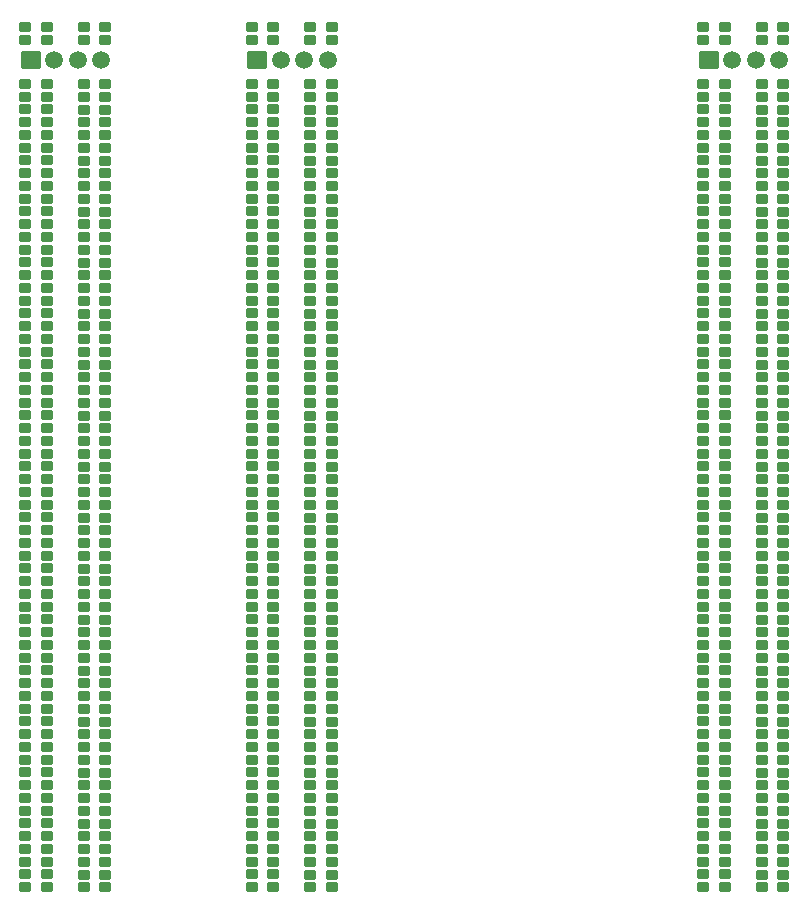
<source format=gts>
G04 Layer: TopSolderMaskLayer*
G04 EasyEDA v6.5.29, 2023-07-18 10:57:26*
G04 0569b9fd0f0c4a709173e771a03f3b8e,5a6b42c53f6a479593ecc07194224c93,10*
G04 Gerber Generator version 0.2*
G04 Scale: 100 percent, Rotated: No, Reflected: No *
G04 Dimensions in millimeters *
G04 leading zeros omitted , absolute positions ,4 integer and 5 decimal *
%FSLAX45Y45*%
%MOMM*%

%AMMACRO1*1,1,$1,$2,$3*1,1,$1,$4,$5*1,1,$1,0-$2,0-$3*1,1,$1,0-$4,0-$5*20,1,$1,$2,$3,$4,$5,0*20,1,$1,$4,$5,0-$2,0-$3,0*20,1,$1,0-$2,0-$3,0-$4,0-$5,0*20,1,$1,0-$4,0-$5,$2,$3,0*4,1,4,$2,$3,$4,$5,0-$2,0-$3,0-$4,0-$5,$2,$3,0*%
%ADD10C,1.5016*%
%ADD11MACRO1,0.1016X-0.762X-0.7X0.762X-0.7*%
%ADD12MACRO1,0.1016X-0.45X0.35X0.45X0.35*%

%LPD*%
D10*
G01*
X3919499Y10883900D03*
G01*
X3719499Y10883900D03*
G01*
X3519500Y10883900D03*
D11*
G01*
X3319500Y10883900D03*
D10*
G01*
X7742199Y10883900D03*
G01*
X7542199Y10883900D03*
G01*
X7342200Y10883900D03*
D11*
G01*
X7142200Y10883900D03*
D10*
G01*
X2001799Y10883900D03*
G01*
X1801799Y10883900D03*
G01*
X1601800Y10883900D03*
D11*
G01*
X1401800Y10883900D03*
D12*
G01*
X3457006Y3991998D03*
G01*
X3273997Y3991996D03*
G01*
X3273999Y3881991D03*
G01*
X3457006Y3881991D03*
G01*
X3457006Y6798693D03*
G01*
X3273997Y6798690D03*
G01*
X3273999Y6688686D03*
G01*
X3457006Y6688686D03*
G01*
X3457006Y6582793D03*
G01*
X3273997Y6582790D03*
G01*
X3273999Y6472786D03*
G01*
X3457006Y6472786D03*
G01*
X3457006Y6366896D03*
G01*
X3273997Y6366893D03*
G01*
X3273999Y6256888D03*
G01*
X3457006Y6256888D03*
G01*
X3457006Y6150996D03*
G01*
X3273997Y6150993D03*
G01*
X3273999Y6040988D03*
G01*
X3457006Y6040988D03*
G01*
X3457006Y5935096D03*
G01*
X3273997Y5935093D03*
G01*
X3273999Y5825088D03*
G01*
X3457006Y5825088D03*
G01*
X3457006Y5719196D03*
G01*
X3273997Y5719193D03*
G01*
X3273999Y5609188D03*
G01*
X3457006Y5609188D03*
G01*
X3457006Y5503296D03*
G01*
X3273997Y5503293D03*
G01*
X3273999Y5393288D03*
G01*
X3457006Y5393288D03*
G01*
X3457006Y5287396D03*
G01*
X3273997Y5287393D03*
G01*
X3273999Y5177388D03*
G01*
X3457006Y5177388D03*
G01*
X3457006Y5071498D03*
G01*
X3273997Y5071496D03*
G01*
X3273999Y4961491D03*
G01*
X3457006Y4961491D03*
G01*
X3457006Y4855598D03*
G01*
X3273997Y4855596D03*
G01*
X3273999Y4745591D03*
G01*
X3457006Y4745591D03*
G01*
X3457006Y4639698D03*
G01*
X3273997Y4639696D03*
G01*
X3273999Y4529691D03*
G01*
X3457006Y4529691D03*
G01*
X3457006Y4423798D03*
G01*
X3273997Y4423796D03*
G01*
X3273999Y4313791D03*
G01*
X3457006Y4313791D03*
G01*
X3457006Y4207898D03*
G01*
X3273997Y4207896D03*
G01*
X3273999Y4097891D03*
G01*
X3457006Y4097891D03*
G01*
X3457006Y7014601D03*
G01*
X3273997Y7014598D03*
G01*
X3273999Y6904593D03*
G01*
X3457006Y6904593D03*
G01*
X3457006Y7230498D03*
G01*
X3273997Y7230496D03*
G01*
X3273999Y7120491D03*
G01*
X3457006Y7120491D03*
G01*
X3457006Y7446398D03*
G01*
X3273997Y7446396D03*
G01*
X3273999Y7336391D03*
G01*
X3457006Y7336391D03*
G01*
X3457006Y7662298D03*
G01*
X3273997Y7662296D03*
G01*
X3273999Y7552291D03*
G01*
X3457006Y7552291D03*
G01*
X3457006Y7878198D03*
G01*
X3273997Y7878196D03*
G01*
X3273999Y7768191D03*
G01*
X3457006Y7768191D03*
G01*
X3457006Y8094098D03*
G01*
X3273997Y8094096D03*
G01*
X3273999Y7984091D03*
G01*
X3457006Y7984091D03*
G01*
X3457006Y8309996D03*
G01*
X3273997Y8309993D03*
G01*
X3273999Y8199988D03*
G01*
X3457006Y8199988D03*
G01*
X3457006Y8525896D03*
G01*
X3273997Y8525893D03*
G01*
X3273999Y8415888D03*
G01*
X3457006Y8415888D03*
G01*
X3457006Y8741796D03*
G01*
X3273997Y8741793D03*
G01*
X3273999Y8631788D03*
G01*
X3457006Y8631788D03*
G01*
X3457006Y8957696D03*
G01*
X3273997Y8957693D03*
G01*
X3273999Y8847688D03*
G01*
X3457006Y8847688D03*
G01*
X3457006Y9173596D03*
G01*
X3273997Y9173593D03*
G01*
X3273999Y9063588D03*
G01*
X3457006Y9063588D03*
G01*
X3457006Y9389496D03*
G01*
X3273997Y9389493D03*
G01*
X3273999Y9279488D03*
G01*
X3457006Y9279488D03*
G01*
X3457006Y9605393D03*
G01*
X3273997Y9605390D03*
G01*
X3273999Y9495386D03*
G01*
X3457006Y9495386D03*
G01*
X3457006Y9821293D03*
G01*
X3273997Y9821290D03*
G01*
X3273999Y9711286D03*
G01*
X3457006Y9711286D03*
G01*
X3457006Y10037193D03*
G01*
X3273997Y10037190D03*
G01*
X3273999Y9927186D03*
G01*
X3457006Y9927186D03*
G01*
X3457006Y10253101D03*
G01*
X3273997Y10253098D03*
G01*
X3273999Y10143093D03*
G01*
X3457006Y10143093D03*
G01*
X3457006Y10469001D03*
G01*
X3273997Y10468998D03*
G01*
X3273999Y10358993D03*
G01*
X3457006Y10358993D03*
G01*
X3457006Y10684901D03*
G01*
X3273997Y10684898D03*
G01*
X3273999Y10574893D03*
G01*
X3457006Y10574893D03*
G01*
X3952308Y3987812D03*
G01*
X3769300Y3987810D03*
G01*
X3769301Y3877805D03*
G01*
X3952308Y3877805D03*
G01*
X3952308Y4203712D03*
G01*
X3769300Y4203710D03*
G01*
X3769301Y4093705D03*
G01*
X3952308Y4093705D03*
G01*
X3952308Y4419610D03*
G01*
X3769300Y4419607D03*
G01*
X3769301Y4309602D03*
G01*
X3952308Y4309602D03*
G01*
X3952308Y4635510D03*
G01*
X3769300Y4635507D03*
G01*
X3769301Y4525502D03*
G01*
X3952308Y4525502D03*
G01*
X3952308Y4851410D03*
G01*
X3769300Y4851407D03*
G01*
X3769301Y4741402D03*
G01*
X3952308Y4741402D03*
G01*
X3952308Y5067310D03*
G01*
X3769300Y5067307D03*
G01*
X3769301Y4957302D03*
G01*
X3952308Y4957302D03*
G01*
X3952308Y5283210D03*
G01*
X3769300Y5283207D03*
G01*
X3769301Y5173202D03*
G01*
X3952308Y5173202D03*
G01*
X3952308Y5499110D03*
G01*
X3769300Y5499107D03*
G01*
X3769301Y5389102D03*
G01*
X3952308Y5389102D03*
G01*
X3952308Y5715007D03*
G01*
X3769300Y5715005D03*
G01*
X3769301Y5605000D03*
G01*
X3952308Y5605000D03*
G01*
X3952308Y5930907D03*
G01*
X3769300Y5930905D03*
G01*
X3769301Y5820900D03*
G01*
X3952308Y5820900D03*
G01*
X3952308Y6146807D03*
G01*
X3769300Y6146805D03*
G01*
X3769301Y6036800D03*
G01*
X3952308Y6036800D03*
G01*
X3952303Y6362712D03*
G01*
X3769295Y6362710D03*
G01*
X3769296Y6252705D03*
G01*
X3952303Y6252705D03*
G01*
X3952303Y6578612D03*
G01*
X3769295Y6578610D03*
G01*
X3769296Y6468605D03*
G01*
X3952303Y6468605D03*
G01*
X3952303Y6794512D03*
G01*
X3769295Y6794510D03*
G01*
X3769296Y6684505D03*
G01*
X3952303Y6684505D03*
G01*
X3952303Y7010412D03*
G01*
X3769295Y7010410D03*
G01*
X3769296Y6900405D03*
G01*
X3952303Y6900405D03*
G01*
X3952303Y7226312D03*
G01*
X3769295Y7226310D03*
G01*
X3769296Y7116305D03*
G01*
X3952303Y7116305D03*
G01*
X3952303Y7442210D03*
G01*
X3769295Y7442207D03*
G01*
X3769296Y7332202D03*
G01*
X3952303Y7332202D03*
G01*
X3952303Y7658110D03*
G01*
X3769295Y7658107D03*
G01*
X3769296Y7548102D03*
G01*
X3952303Y7548102D03*
G01*
X3952303Y7874010D03*
G01*
X3769295Y7874007D03*
G01*
X3769296Y7764002D03*
G01*
X3952303Y7764002D03*
G01*
X3952303Y8089910D03*
G01*
X3769295Y8089907D03*
G01*
X3769296Y7979902D03*
G01*
X3952303Y7979902D03*
G01*
X3952303Y8305810D03*
G01*
X3769295Y8305807D03*
G01*
X3769296Y8195802D03*
G01*
X3952303Y8195802D03*
G01*
X3952303Y8521710D03*
G01*
X3769295Y8521707D03*
G01*
X3769296Y8411702D03*
G01*
X3952303Y8411702D03*
G01*
X3952303Y8737607D03*
G01*
X3769295Y8737605D03*
G01*
X3769296Y8627600D03*
G01*
X3952303Y8627600D03*
G01*
X3952303Y8953507D03*
G01*
X3769295Y8953505D03*
G01*
X3769296Y8843500D03*
G01*
X3952303Y8843500D03*
G01*
X3952303Y9169407D03*
G01*
X3769295Y9169405D03*
G01*
X3769296Y9059400D03*
G01*
X3952303Y9059400D03*
G01*
X3952303Y9385307D03*
G01*
X3769295Y9385305D03*
G01*
X3769296Y9275300D03*
G01*
X3952303Y9275300D03*
G01*
X3952303Y9601207D03*
G01*
X3769295Y9601205D03*
G01*
X3769296Y9491200D03*
G01*
X3952303Y9491200D03*
G01*
X3952303Y9817107D03*
G01*
X3769295Y9817105D03*
G01*
X3769296Y9707100D03*
G01*
X3952303Y9707100D03*
G01*
X3952303Y10033007D03*
G01*
X3769295Y10033005D03*
G01*
X3769296Y9923000D03*
G01*
X3952303Y9923000D03*
G01*
X3952303Y10248907D03*
G01*
X3769295Y10248905D03*
G01*
X3769296Y10138900D03*
G01*
X3952303Y10138900D03*
G01*
X3952303Y10464807D03*
G01*
X3769295Y10464805D03*
G01*
X3769296Y10354800D03*
G01*
X3952303Y10354800D03*
G01*
X3952303Y10680707D03*
G01*
X3769295Y10680705D03*
G01*
X3769296Y10570700D03*
G01*
X3952303Y10570700D03*
G01*
X3457006Y11167501D03*
G01*
X3273997Y11167498D03*
G01*
X3273999Y11057493D03*
G01*
X3457006Y11057493D03*
G01*
X3952306Y11167501D03*
G01*
X3769297Y11167498D03*
G01*
X3769299Y11057493D03*
G01*
X3952306Y11057493D03*
G01*
X7279706Y3991998D03*
G01*
X7096697Y3991996D03*
G01*
X7096699Y3881991D03*
G01*
X7279706Y3881991D03*
G01*
X7279706Y6798693D03*
G01*
X7096697Y6798690D03*
G01*
X7096699Y6688686D03*
G01*
X7279706Y6688686D03*
G01*
X7279706Y6582793D03*
G01*
X7096697Y6582790D03*
G01*
X7096699Y6472786D03*
G01*
X7279706Y6472786D03*
G01*
X7279706Y6366896D03*
G01*
X7096697Y6366893D03*
G01*
X7096699Y6256888D03*
G01*
X7279706Y6256888D03*
G01*
X7279706Y6150996D03*
G01*
X7096697Y6150993D03*
G01*
X7096699Y6040988D03*
G01*
X7279706Y6040988D03*
G01*
X7279706Y5935096D03*
G01*
X7096697Y5935093D03*
G01*
X7096699Y5825088D03*
G01*
X7279706Y5825088D03*
G01*
X7279706Y5719196D03*
G01*
X7096697Y5719193D03*
G01*
X7096699Y5609188D03*
G01*
X7279706Y5609188D03*
G01*
X7279706Y5503296D03*
G01*
X7096697Y5503293D03*
G01*
X7096699Y5393288D03*
G01*
X7279706Y5393288D03*
G01*
X7279706Y5287396D03*
G01*
X7096697Y5287393D03*
G01*
X7096699Y5177388D03*
G01*
X7279706Y5177388D03*
G01*
X7279706Y5071498D03*
G01*
X7096697Y5071496D03*
G01*
X7096699Y4961491D03*
G01*
X7279706Y4961491D03*
G01*
X7279706Y4855598D03*
G01*
X7096697Y4855596D03*
G01*
X7096699Y4745591D03*
G01*
X7279706Y4745591D03*
G01*
X7279706Y4639698D03*
G01*
X7096697Y4639696D03*
G01*
X7096699Y4529691D03*
G01*
X7279706Y4529691D03*
G01*
X7279706Y4423798D03*
G01*
X7096697Y4423796D03*
G01*
X7096699Y4313791D03*
G01*
X7279706Y4313791D03*
G01*
X7279706Y4207898D03*
G01*
X7096697Y4207896D03*
G01*
X7096699Y4097891D03*
G01*
X7279706Y4097891D03*
G01*
X7279706Y7014601D03*
G01*
X7096697Y7014598D03*
G01*
X7096699Y6904593D03*
G01*
X7279706Y6904593D03*
G01*
X7279706Y7230498D03*
G01*
X7096697Y7230496D03*
G01*
X7096699Y7120491D03*
G01*
X7279706Y7120491D03*
G01*
X7279706Y7446398D03*
G01*
X7096697Y7446396D03*
G01*
X7096699Y7336391D03*
G01*
X7279706Y7336391D03*
G01*
X7279706Y7662298D03*
G01*
X7096697Y7662296D03*
G01*
X7096699Y7552291D03*
G01*
X7279706Y7552291D03*
G01*
X7279706Y7878198D03*
G01*
X7096697Y7878196D03*
G01*
X7096699Y7768191D03*
G01*
X7279706Y7768191D03*
G01*
X7279706Y8094098D03*
G01*
X7096697Y8094096D03*
G01*
X7096699Y7984091D03*
G01*
X7279706Y7984091D03*
G01*
X7279706Y8309996D03*
G01*
X7096697Y8309993D03*
G01*
X7096699Y8199988D03*
G01*
X7279706Y8199988D03*
G01*
X7279706Y8525896D03*
G01*
X7096697Y8525893D03*
G01*
X7096699Y8415888D03*
G01*
X7279706Y8415888D03*
G01*
X7279706Y8741796D03*
G01*
X7096697Y8741793D03*
G01*
X7096699Y8631788D03*
G01*
X7279706Y8631788D03*
G01*
X7279706Y8957696D03*
G01*
X7096697Y8957693D03*
G01*
X7096699Y8847688D03*
G01*
X7279706Y8847688D03*
G01*
X7279706Y9173596D03*
G01*
X7096697Y9173593D03*
G01*
X7096699Y9063588D03*
G01*
X7279706Y9063588D03*
G01*
X7279706Y9389496D03*
G01*
X7096697Y9389493D03*
G01*
X7096699Y9279488D03*
G01*
X7279706Y9279488D03*
G01*
X7279706Y9605393D03*
G01*
X7096697Y9605390D03*
G01*
X7096699Y9495386D03*
G01*
X7279706Y9495386D03*
G01*
X7279706Y9821293D03*
G01*
X7096697Y9821290D03*
G01*
X7096699Y9711286D03*
G01*
X7279706Y9711286D03*
G01*
X7279706Y10037193D03*
G01*
X7096697Y10037190D03*
G01*
X7096699Y9927186D03*
G01*
X7279706Y9927186D03*
G01*
X7279706Y10253101D03*
G01*
X7096697Y10253098D03*
G01*
X7096699Y10143093D03*
G01*
X7279706Y10143093D03*
G01*
X7279706Y10469001D03*
G01*
X7096697Y10468998D03*
G01*
X7096699Y10358993D03*
G01*
X7279706Y10358993D03*
G01*
X7279706Y10684901D03*
G01*
X7096697Y10684898D03*
G01*
X7096699Y10574893D03*
G01*
X7279706Y10574893D03*
G01*
X7775008Y3987812D03*
G01*
X7592000Y3987810D03*
G01*
X7592001Y3877805D03*
G01*
X7775008Y3877805D03*
G01*
X7775008Y4203712D03*
G01*
X7592000Y4203710D03*
G01*
X7592001Y4093705D03*
G01*
X7775008Y4093705D03*
G01*
X7775008Y4419610D03*
G01*
X7592000Y4419607D03*
G01*
X7592001Y4309602D03*
G01*
X7775008Y4309602D03*
G01*
X7775008Y4635510D03*
G01*
X7592000Y4635507D03*
G01*
X7592001Y4525502D03*
G01*
X7775008Y4525502D03*
G01*
X7775008Y4851410D03*
G01*
X7592000Y4851407D03*
G01*
X7592001Y4741402D03*
G01*
X7775008Y4741402D03*
G01*
X7775008Y5067310D03*
G01*
X7592000Y5067307D03*
G01*
X7592001Y4957302D03*
G01*
X7775008Y4957302D03*
G01*
X7775008Y5283210D03*
G01*
X7592000Y5283207D03*
G01*
X7592001Y5173202D03*
G01*
X7775008Y5173202D03*
G01*
X7775008Y5499110D03*
G01*
X7592000Y5499107D03*
G01*
X7592001Y5389102D03*
G01*
X7775008Y5389102D03*
G01*
X7775008Y5715007D03*
G01*
X7592000Y5715005D03*
G01*
X7592001Y5605000D03*
G01*
X7775008Y5605000D03*
G01*
X7775008Y5930907D03*
G01*
X7592000Y5930905D03*
G01*
X7592001Y5820900D03*
G01*
X7775008Y5820900D03*
G01*
X7775008Y6146807D03*
G01*
X7592000Y6146805D03*
G01*
X7592001Y6036800D03*
G01*
X7775008Y6036800D03*
G01*
X7775003Y6362712D03*
G01*
X7591995Y6362710D03*
G01*
X7591996Y6252705D03*
G01*
X7775003Y6252705D03*
G01*
X7775003Y6578612D03*
G01*
X7591995Y6578610D03*
G01*
X7591996Y6468605D03*
G01*
X7775003Y6468605D03*
G01*
X7775003Y6794512D03*
G01*
X7591995Y6794510D03*
G01*
X7591996Y6684505D03*
G01*
X7775003Y6684505D03*
G01*
X7775003Y7010412D03*
G01*
X7591995Y7010410D03*
G01*
X7591996Y6900405D03*
G01*
X7775003Y6900405D03*
G01*
X7775003Y7226312D03*
G01*
X7591995Y7226310D03*
G01*
X7591996Y7116305D03*
G01*
X7775003Y7116305D03*
G01*
X7775003Y7442210D03*
G01*
X7591995Y7442207D03*
G01*
X7591996Y7332202D03*
G01*
X7775003Y7332202D03*
G01*
X7775003Y7658110D03*
G01*
X7591995Y7658107D03*
G01*
X7591996Y7548102D03*
G01*
X7775003Y7548102D03*
G01*
X7775003Y7874010D03*
G01*
X7591995Y7874007D03*
G01*
X7591996Y7764002D03*
G01*
X7775003Y7764002D03*
G01*
X7775003Y8089910D03*
G01*
X7591995Y8089907D03*
G01*
X7591996Y7979902D03*
G01*
X7775003Y7979902D03*
G01*
X7775003Y8305810D03*
G01*
X7591995Y8305807D03*
G01*
X7591996Y8195802D03*
G01*
X7775003Y8195802D03*
G01*
X7775003Y8521710D03*
G01*
X7591995Y8521707D03*
G01*
X7591996Y8411702D03*
G01*
X7775003Y8411702D03*
G01*
X7775003Y8737607D03*
G01*
X7591995Y8737605D03*
G01*
X7591996Y8627600D03*
G01*
X7775003Y8627600D03*
G01*
X7775003Y8953507D03*
G01*
X7591995Y8953505D03*
G01*
X7591996Y8843500D03*
G01*
X7775003Y8843500D03*
G01*
X7775003Y9169407D03*
G01*
X7591995Y9169405D03*
G01*
X7591996Y9059400D03*
G01*
X7775003Y9059400D03*
G01*
X7775003Y9385307D03*
G01*
X7591995Y9385305D03*
G01*
X7591996Y9275300D03*
G01*
X7775003Y9275300D03*
G01*
X7775003Y9601207D03*
G01*
X7591995Y9601205D03*
G01*
X7591996Y9491200D03*
G01*
X7775003Y9491200D03*
G01*
X7775003Y9817107D03*
G01*
X7591995Y9817105D03*
G01*
X7591996Y9707100D03*
G01*
X7775003Y9707100D03*
G01*
X7775003Y10033007D03*
G01*
X7591995Y10033005D03*
G01*
X7591996Y9923000D03*
G01*
X7775003Y9923000D03*
G01*
X7775003Y10248907D03*
G01*
X7591995Y10248905D03*
G01*
X7591996Y10138900D03*
G01*
X7775003Y10138900D03*
G01*
X7775003Y10464807D03*
G01*
X7591995Y10464805D03*
G01*
X7591996Y10354800D03*
G01*
X7775003Y10354800D03*
G01*
X7775003Y10680707D03*
G01*
X7591995Y10680705D03*
G01*
X7591996Y10570700D03*
G01*
X7775003Y10570700D03*
G01*
X7279706Y11167501D03*
G01*
X7096697Y11167498D03*
G01*
X7096699Y11057493D03*
G01*
X7279706Y11057493D03*
G01*
X7775006Y11167501D03*
G01*
X7591997Y11167498D03*
G01*
X7591999Y11057493D03*
G01*
X7775006Y11057493D03*
G01*
X1539306Y3991998D03*
G01*
X1356297Y3991996D03*
G01*
X1356299Y3881991D03*
G01*
X1539306Y3881991D03*
G01*
X1539306Y6798693D03*
G01*
X1356297Y6798690D03*
G01*
X1356299Y6688686D03*
G01*
X1539306Y6688686D03*
G01*
X1539306Y6582793D03*
G01*
X1356297Y6582790D03*
G01*
X1356299Y6472786D03*
G01*
X1539306Y6472786D03*
G01*
X1539306Y6366896D03*
G01*
X1356297Y6366893D03*
G01*
X1356299Y6256888D03*
G01*
X1539306Y6256888D03*
G01*
X1539306Y6150996D03*
G01*
X1356297Y6150993D03*
G01*
X1356299Y6040988D03*
G01*
X1539306Y6040988D03*
G01*
X1539306Y5935096D03*
G01*
X1356297Y5935093D03*
G01*
X1356299Y5825088D03*
G01*
X1539306Y5825088D03*
G01*
X1539306Y5719196D03*
G01*
X1356297Y5719193D03*
G01*
X1356299Y5609188D03*
G01*
X1539306Y5609188D03*
G01*
X1539306Y5503296D03*
G01*
X1356297Y5503293D03*
G01*
X1356299Y5393288D03*
G01*
X1539306Y5393288D03*
G01*
X1539306Y5287396D03*
G01*
X1356297Y5287393D03*
G01*
X1356299Y5177388D03*
G01*
X1539306Y5177388D03*
G01*
X1539306Y5071498D03*
G01*
X1356297Y5071496D03*
G01*
X1356299Y4961491D03*
G01*
X1539306Y4961491D03*
G01*
X1539306Y4855598D03*
G01*
X1356297Y4855596D03*
G01*
X1356299Y4745591D03*
G01*
X1539306Y4745591D03*
G01*
X1539306Y4639698D03*
G01*
X1356297Y4639696D03*
G01*
X1356299Y4529691D03*
G01*
X1539306Y4529691D03*
G01*
X1539306Y4423798D03*
G01*
X1356297Y4423796D03*
G01*
X1356299Y4313791D03*
G01*
X1539306Y4313791D03*
G01*
X1539306Y4207898D03*
G01*
X1356297Y4207896D03*
G01*
X1356299Y4097891D03*
G01*
X1539306Y4097891D03*
G01*
X1539306Y7014601D03*
G01*
X1356297Y7014598D03*
G01*
X1356299Y6904593D03*
G01*
X1539306Y6904593D03*
G01*
X1539306Y7230498D03*
G01*
X1356297Y7230496D03*
G01*
X1356299Y7120491D03*
G01*
X1539306Y7120491D03*
G01*
X1539306Y7446398D03*
G01*
X1356297Y7446396D03*
G01*
X1356299Y7336391D03*
G01*
X1539306Y7336391D03*
G01*
X1539306Y7662298D03*
G01*
X1356297Y7662296D03*
G01*
X1356299Y7552291D03*
G01*
X1539306Y7552291D03*
G01*
X1539306Y7878198D03*
G01*
X1356297Y7878196D03*
G01*
X1356299Y7768191D03*
G01*
X1539306Y7768191D03*
G01*
X1539306Y8094098D03*
G01*
X1356297Y8094096D03*
G01*
X1356299Y7984091D03*
G01*
X1539306Y7984091D03*
G01*
X1539306Y8309996D03*
G01*
X1356297Y8309993D03*
G01*
X1356299Y8199988D03*
G01*
X1539306Y8199988D03*
G01*
X1539306Y8525896D03*
G01*
X1356297Y8525893D03*
G01*
X1356299Y8415888D03*
G01*
X1539306Y8415888D03*
G01*
X1539306Y8741796D03*
G01*
X1356297Y8741793D03*
G01*
X1356299Y8631788D03*
G01*
X1539306Y8631788D03*
G01*
X1539306Y8957696D03*
G01*
X1356297Y8957693D03*
G01*
X1356299Y8847688D03*
G01*
X1539306Y8847688D03*
G01*
X1539306Y9173596D03*
G01*
X1356297Y9173593D03*
G01*
X1356299Y9063588D03*
G01*
X1539306Y9063588D03*
G01*
X1539306Y9389496D03*
G01*
X1356297Y9389493D03*
G01*
X1356299Y9279488D03*
G01*
X1539306Y9279488D03*
G01*
X1539306Y9605393D03*
G01*
X1356297Y9605390D03*
G01*
X1356299Y9495386D03*
G01*
X1539306Y9495386D03*
G01*
X1539306Y9821293D03*
G01*
X1356297Y9821290D03*
G01*
X1356299Y9711286D03*
G01*
X1539306Y9711286D03*
G01*
X1539306Y10037193D03*
G01*
X1356297Y10037190D03*
G01*
X1356299Y9927186D03*
G01*
X1539306Y9927186D03*
G01*
X1539306Y10253101D03*
G01*
X1356297Y10253098D03*
G01*
X1356299Y10143093D03*
G01*
X1539306Y10143093D03*
G01*
X1539306Y10469001D03*
G01*
X1356297Y10468998D03*
G01*
X1356299Y10358993D03*
G01*
X1539306Y10358993D03*
G01*
X1539306Y10684901D03*
G01*
X1356297Y10684898D03*
G01*
X1356299Y10574893D03*
G01*
X1539306Y10574893D03*
G01*
X2034608Y3987812D03*
G01*
X1851600Y3987810D03*
G01*
X1851601Y3877805D03*
G01*
X2034608Y3877805D03*
G01*
X2034608Y4203712D03*
G01*
X1851600Y4203710D03*
G01*
X1851601Y4093705D03*
G01*
X2034608Y4093705D03*
G01*
X2034608Y4419610D03*
G01*
X1851600Y4419607D03*
G01*
X1851601Y4309602D03*
G01*
X2034608Y4309602D03*
G01*
X2034608Y4635510D03*
G01*
X1851600Y4635507D03*
G01*
X1851601Y4525502D03*
G01*
X2034608Y4525502D03*
G01*
X2034608Y4851410D03*
G01*
X1851600Y4851407D03*
G01*
X1851601Y4741402D03*
G01*
X2034608Y4741402D03*
G01*
X2034608Y5067310D03*
G01*
X1851600Y5067307D03*
G01*
X1851601Y4957302D03*
G01*
X2034608Y4957302D03*
G01*
X2034608Y5283210D03*
G01*
X1851600Y5283207D03*
G01*
X1851601Y5173202D03*
G01*
X2034608Y5173202D03*
G01*
X2034608Y5499110D03*
G01*
X1851600Y5499107D03*
G01*
X1851601Y5389102D03*
G01*
X2034608Y5389102D03*
G01*
X2034608Y5715007D03*
G01*
X1851600Y5715005D03*
G01*
X1851601Y5605000D03*
G01*
X2034608Y5605000D03*
G01*
X2034608Y5930907D03*
G01*
X1851600Y5930905D03*
G01*
X1851601Y5820900D03*
G01*
X2034608Y5820900D03*
G01*
X2034608Y6146807D03*
G01*
X1851600Y6146805D03*
G01*
X1851601Y6036800D03*
G01*
X2034608Y6036800D03*
G01*
X2034603Y6362712D03*
G01*
X1851595Y6362710D03*
G01*
X1851596Y6252705D03*
G01*
X2034603Y6252705D03*
G01*
X2034603Y6578612D03*
G01*
X1851595Y6578610D03*
G01*
X1851596Y6468605D03*
G01*
X2034603Y6468605D03*
G01*
X2034603Y6794512D03*
G01*
X1851595Y6794510D03*
G01*
X1851596Y6684505D03*
G01*
X2034603Y6684505D03*
G01*
X2034603Y7010412D03*
G01*
X1851595Y7010410D03*
G01*
X1851596Y6900405D03*
G01*
X2034603Y6900405D03*
G01*
X2034603Y7226312D03*
G01*
X1851595Y7226310D03*
G01*
X1851596Y7116305D03*
G01*
X2034603Y7116305D03*
G01*
X2034603Y7442210D03*
G01*
X1851595Y7442207D03*
G01*
X1851596Y7332202D03*
G01*
X2034603Y7332202D03*
G01*
X2034603Y7658110D03*
G01*
X1851595Y7658107D03*
G01*
X1851596Y7548102D03*
G01*
X2034603Y7548102D03*
G01*
X2034603Y7874010D03*
G01*
X1851595Y7874007D03*
G01*
X1851596Y7764002D03*
G01*
X2034603Y7764002D03*
G01*
X2034603Y8089910D03*
G01*
X1851595Y8089907D03*
G01*
X1851596Y7979902D03*
G01*
X2034603Y7979902D03*
G01*
X2034603Y8305810D03*
G01*
X1851595Y8305807D03*
G01*
X1851596Y8195802D03*
G01*
X2034603Y8195802D03*
G01*
X2034603Y8521710D03*
G01*
X1851595Y8521707D03*
G01*
X1851596Y8411702D03*
G01*
X2034603Y8411702D03*
G01*
X2034603Y8737607D03*
G01*
X1851595Y8737605D03*
G01*
X1851596Y8627600D03*
G01*
X2034603Y8627600D03*
G01*
X2034603Y8953507D03*
G01*
X1851595Y8953505D03*
G01*
X1851596Y8843500D03*
G01*
X2034603Y8843500D03*
G01*
X2034603Y9169407D03*
G01*
X1851595Y9169405D03*
G01*
X1851596Y9059400D03*
G01*
X2034603Y9059400D03*
G01*
X2034603Y9385307D03*
G01*
X1851595Y9385305D03*
G01*
X1851596Y9275300D03*
G01*
X2034603Y9275300D03*
G01*
X2034603Y9601207D03*
G01*
X1851595Y9601205D03*
G01*
X1851596Y9491200D03*
G01*
X2034603Y9491200D03*
G01*
X2034603Y9817107D03*
G01*
X1851595Y9817105D03*
G01*
X1851596Y9707100D03*
G01*
X2034603Y9707100D03*
G01*
X2034603Y10033007D03*
G01*
X1851595Y10033005D03*
G01*
X1851596Y9923000D03*
G01*
X2034603Y9923000D03*
G01*
X2034603Y10248907D03*
G01*
X1851595Y10248905D03*
G01*
X1851596Y10138900D03*
G01*
X2034603Y10138900D03*
G01*
X2034603Y10464807D03*
G01*
X1851595Y10464805D03*
G01*
X1851596Y10354800D03*
G01*
X2034603Y10354800D03*
G01*
X2034603Y10680707D03*
G01*
X1851595Y10680705D03*
G01*
X1851596Y10570700D03*
G01*
X2034603Y10570700D03*
G01*
X1539306Y11167501D03*
G01*
X1356297Y11167498D03*
G01*
X1356299Y11057493D03*
G01*
X1539306Y11057493D03*
G01*
X2034606Y11167501D03*
G01*
X1851597Y11167498D03*
G01*
X1851599Y11057493D03*
G01*
X2034606Y11057493D03*
M02*

</source>
